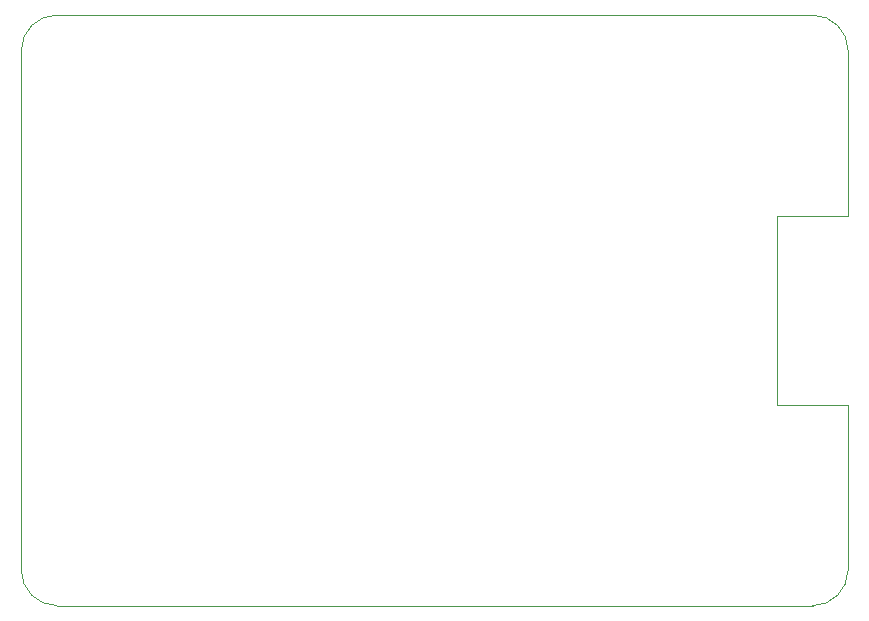
<source format=gbr>
%TF.GenerationSoftware,KiCad,Pcbnew,8.0.7*%
%TF.CreationDate,2025-02-04T22:27:15+09:00*%
%TF.ProjectId,GN10Mainboard,474e3130-4d61-4696-9e62-6f6172642e6b,rev?*%
%TF.SameCoordinates,Original*%
%TF.FileFunction,Profile,NP*%
%FSLAX46Y46*%
G04 Gerber Fmt 4.6, Leading zero omitted, Abs format (unit mm)*
G04 Created by KiCad (PCBNEW 8.0.7) date 2025-02-04 22:27:15*
%MOMM*%
%LPD*%
G01*
G04 APERTURE LIST*
%TA.AperFunction,Profile*%
%ADD10C,0.100000*%
%TD*%
G04 APERTURE END LIST*
D10*
X130000000Y-147000000D02*
X130000000Y-103000000D01*
X200000000Y-103000000D02*
X200000000Y-117000000D01*
X133000000Y-100000000D02*
X197000000Y-100000000D01*
X194000000Y-133000000D02*
X200000000Y-133000000D01*
X130000000Y-103000000D02*
G75*
G02*
X133000000Y-100000000I3000000J0D01*
G01*
X200000000Y-117000000D02*
X194000000Y-117000000D01*
X133000000Y-150000000D02*
G75*
G02*
X130000000Y-147000000I0J3000000D01*
G01*
X197000000Y-100000000D02*
G75*
G02*
X200000000Y-103000000I0J-3000000D01*
G01*
X197000000Y-150000000D02*
X133000000Y-150000000D01*
X200000000Y-133000000D02*
X200000000Y-147000000D01*
X200000000Y-147000000D02*
G75*
G02*
X197000000Y-150000000I-3000000J0D01*
G01*
X194000000Y-117000000D02*
X194000000Y-133000000D01*
M02*

</source>
